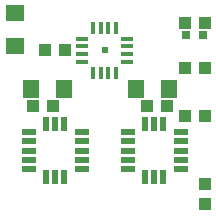
<source format=gtp>
G75*
G70*
%OFA0B0*%
%FSLAX24Y24*%
%IPPOS*%
%LPD*%
%AMOC8*
5,1,8,0,0,1.08239X$1,22.5*
%
%ADD10R,0.0500X0.0200*%
%ADD11R,0.0200X0.0500*%
%ADD12R,0.0433X0.0394*%
%ADD13R,0.0396X0.0146*%
%ADD14R,0.0146X0.0396*%
%ADD15R,0.0197X0.0197*%
%ADD16R,0.0394X0.0433*%
%ADD17R,0.0551X0.0630*%
%ADD18R,0.0315X0.0315*%
%ADD19R,0.0630X0.0551*%
D10*
X001371Y003322D03*
X001371Y003632D03*
X001371Y003942D03*
X001371Y004252D03*
X001371Y004562D03*
X003131Y004562D03*
X003131Y004252D03*
X003131Y003942D03*
X003131Y003632D03*
X003131Y003322D03*
X004671Y003322D03*
X004671Y003632D03*
X004671Y003942D03*
X004671Y004252D03*
X004671Y004562D03*
X006431Y004562D03*
X006431Y004252D03*
X006431Y003942D03*
X006431Y003632D03*
X006431Y003322D03*
D11*
X001941Y003062D03*
X002251Y003062D03*
X002561Y003062D03*
X002561Y004822D03*
X002251Y004822D03*
X001941Y004822D03*
X005241Y004822D03*
X005551Y004822D03*
X005861Y004822D03*
X005861Y003062D03*
X005551Y003062D03*
X005241Y003062D03*
D12*
X006567Y005092D03*
X005986Y005442D03*
X005317Y005442D03*
X006567Y006692D03*
X007236Y006692D03*
X007236Y008192D03*
X006567Y008192D03*
X007236Y005092D03*
X002586Y007292D03*
X001917Y007292D03*
X002186Y005442D03*
X001517Y005442D03*
D13*
X003142Y006908D03*
X003142Y007164D03*
X003142Y007420D03*
X003142Y007676D03*
X004660Y007676D03*
X004660Y007420D03*
X004660Y007164D03*
X004660Y006908D03*
D14*
X004285Y006533D03*
X004029Y006533D03*
X003773Y006533D03*
X003517Y006533D03*
X003517Y008051D03*
X003773Y008051D03*
X004029Y008051D03*
X004285Y008051D03*
D15*
X003901Y007292D03*
D16*
X007251Y002826D03*
X007251Y002157D03*
D17*
X006052Y005992D03*
X004950Y005992D03*
X002552Y005992D03*
X001450Y005992D03*
D18*
X006606Y007792D03*
X007196Y007792D03*
D19*
X000901Y007440D03*
X000901Y008543D03*
M02*

</source>
